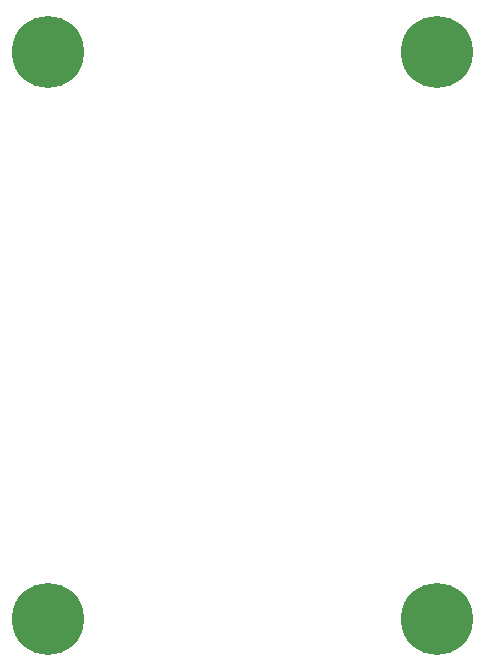
<source format=gbr>
%TF.GenerationSoftware,KiCad,Pcbnew,(5.1.10)-1*%
%TF.CreationDate,2022-01-13T22:30:23-08:00*%
%TF.ProjectId,PI-CM4Stencil,50492d43-4d34-4537-9465-6e63696c2e6b,rev?*%
%TF.SameCoordinates,Original*%
%TF.FileFunction,Soldermask,Bot*%
%TF.FilePolarity,Negative*%
%FSLAX46Y46*%
G04 Gerber Fmt 4.6, Leading zero omitted, Abs format (unit mm)*
G04 Created by KiCad (PCBNEW (5.1.10)-1) date 2022-01-13 22:30:23*
%MOMM*%
%LPD*%
G01*
G04 APERTURE LIST*
%ADD10C,6.100000*%
G04 APERTURE END LIST*
D10*
%TO.C,REF\u002A\u002A*%
X165090000Y-71290000D03*
X132090000Y-119290000D03*
X165090000Y-119290000D03*
X132090000Y-71290000D03*
%TD*%
M02*

</source>
